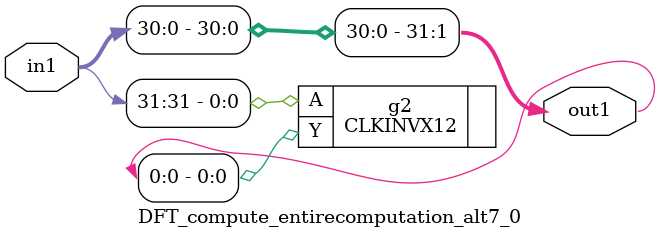
<source format=v>
`timescale 1ps / 1ps


module DFT_compute_entirecomputation_alt7_0(in1, out1);
  input [31:0] in1;
  output [31:0] out1;
  wire [31:0] in1;
  wire [31:0] out1;
  assign out1[1] = in1[0];
  assign out1[2] = in1[1];
  assign out1[3] = in1[2];
  assign out1[4] = in1[3];
  assign out1[5] = in1[4];
  assign out1[6] = in1[5];
  assign out1[7] = in1[6];
  assign out1[8] = in1[7];
  assign out1[9] = in1[8];
  assign out1[10] = in1[9];
  assign out1[11] = in1[10];
  assign out1[12] = in1[11];
  assign out1[13] = in1[12];
  assign out1[14] = in1[13];
  assign out1[15] = in1[14];
  assign out1[16] = in1[15];
  assign out1[17] = in1[16];
  assign out1[18] = in1[17];
  assign out1[19] = in1[18];
  assign out1[20] = in1[19];
  assign out1[21] = in1[20];
  assign out1[22] = in1[21];
  assign out1[23] = in1[22];
  assign out1[24] = in1[23];
  assign out1[25] = in1[24];
  assign out1[26] = in1[25];
  assign out1[27] = in1[26];
  assign out1[28] = in1[27];
  assign out1[29] = in1[28];
  assign out1[30] = in1[29];
  assign out1[31] = in1[30];
  CLKINVX12 g2(.A (in1[31]), .Y (out1[0]));
endmodule



</source>
